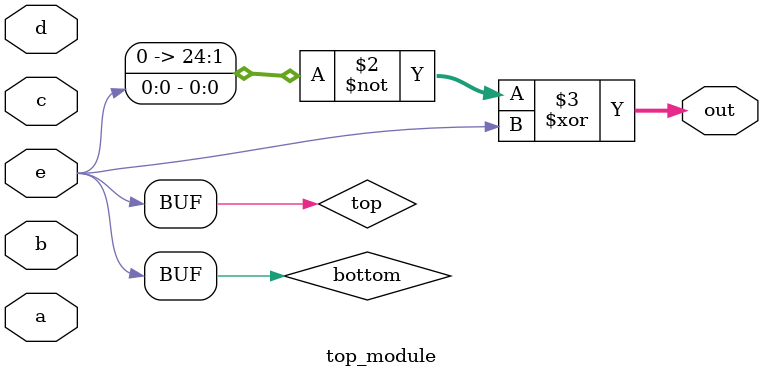
<source format=v>
module top_module (
    input a,
    b,
    c,
    d,
    e,
    output [24:0] out
);  //
  wire bottom, top;
  assign top = {{5{a}}, {5{b}}, {5{c}}, {5{d}}, {5{e}}};
  assign bottom = {5{a, b, c, d, e}};
  assign out = ~top ^ bottom;
endmodule

</source>
